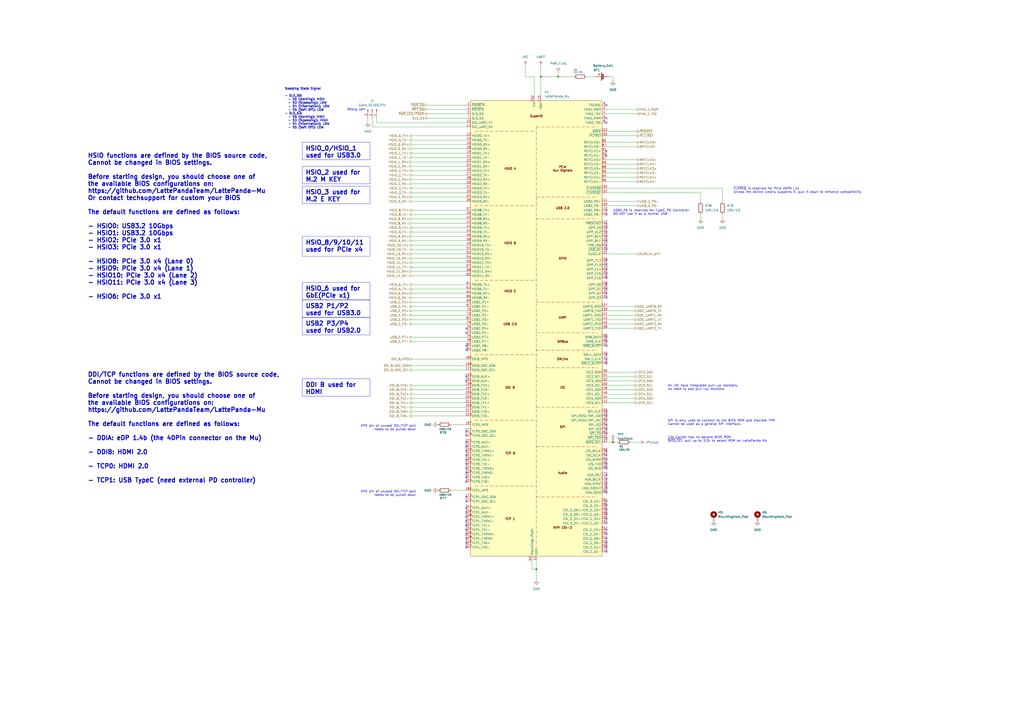
<source format=kicad_sch>
(kicad_sch (version 20231120) (generator "eeschema") (generator_version "8.0")
  (paper "A2")
  (title_block (title "Primer Carrier for LattePanda Mu") (date "2024-04-06") (rev "V1.0.0") (company "DFRobot") (comment 1 "20240406"))
  (lib_symbols
    (symbol "+3V3_1" (power) (pin_numbers hide) (pin_names (offset 0) hide)
      (property "Value" "+3V3" (at 0 3.556 0))
      (symbol "+3V3_1_0_1"
        (polyline (pts (xy -0.762 1.27) (xy 0 2.54)))
        (polyline (pts (xy 0 0) (xy 0 2.54)))
        (polyline (pts (xy 0 2.54) (xy 0.762 1.27)))
      )
      (symbol "+3V3_1_1_1"
        (pin power_in line (at 0 0 90) (length 0) (name "~") (number "1"))
      )
    )
    (symbol "Connector:Conn_01x03_Pin" (pin_names (offset 1.016) hide)
      (property "Reference" "J" (at 0 5.08 0))
      (property "Value" "Conn_01x03_Pin" (at 0 -5.08 0))
      (symbol "Conn_01x03_Pin_1_1"
        (polyline (pts (xy 1.27 -2.54) (xy 0.8636 -2.54)) (stroke (width 0.1524)))
        (polyline (pts (xy 1.27 0) (xy 0.8636 0)) (stroke (width 0.1524)))
        (polyline (pts (xy 1.27 2.54) (xy 0.8636 2.54)) (stroke (width 0.1524)))
        (rectangle (start 0.8636 -2.413) (end 0 -2.667) (stroke (width 0.1524)) (fill (type outline)))
        (rectangle (start 0.8636 0.127) (end 0 -0.127) (stroke (width 0.1524)) (fill (type outline)))
        (rectangle (start 0.8636 2.667) (end 0 2.413) (stroke (width 0.1524)) (fill (type outline)))
        (pin passive line (at 5.08 2.54 180) (length 3.81) (name "Pin_1") (number "1"))
        (pin passive line (at 5.08 0 180) (length 3.81) (name "Pin_2") (number "2"))
        (pin passive line (at 5.08 -2.54 180) (length 3.81) (name "Pin_3") (number "3"))
      )
    )
    (symbol "Connector:TestPoint" (pin_numbers hide) (pin_names (offset 0.762) hide)
      (property "Reference" "TP" (at 0 6.858 0))
      (property "Value" "TestPoint" (at 0 5.08 0))
      (symbol "TestPoint_0_1"
        (circle (center 0 3.302) (radius 0.762))
      )
      (symbol "TestPoint_1_1"
        (pin passive line (at 0 0 90) (length 2.54) (name "1") (number "1"))
      )
    )
    (symbol "Device:Battery_Cell" (pin_numbers hide) (pin_names (offset 0) hide)
      (property "Reference" "BT" (at 2.54 2.54 0))
      (property "Value" "Battery_Cell" (at 2.54 0 0))
      (symbol "Battery_Cell_0_1"
        (rectangle (start -2.286 1.778) (end 2.286 1.524) (fill (type outline)))
        (rectangle (start -1.524 1.016) (end 1.524 0.508) (fill (type outline)))
        (polyline (pts (xy 0 0.762) (xy 0 0)))
        (polyline (pts (xy 0 1.778) (xy 0 2.54)))
        (polyline (pts (xy 0.762 3.048) (xy 1.778 3.048)) (stroke (width 0.254)))
        (polyline (pts (xy 1.27 3.556) (xy 1.27 2.54)) (stroke (width 0.254)))
      )
      (symbol "Battery_Cell_1_1"
        (pin passive line (at 0 5.08 270) (length 2.54) (name "+") (number "1"))
        (pin passive line (at 0 -2.54 90) (length 2.54) (name "-") (number "2"))
      )
    )
    (symbol "Device:R" (pin_numbers hide) (pin_names (offset 0))
      (property "Reference" "R" (at 2.032 0 90))
      (property "Value" "R" (at 0 0 90))
      (symbol "R_0_1"
        (rectangle (start -1.016 -2.54) (end 1.016 2.54) (stroke (width 0.254)))
      )
      (symbol "R_1_1"
        (pin passive line (at 0 3.81 270) (length 1.27) (name "~") (number "1"))
        (pin passive line (at 0 -3.81 90) (length 1.27) (name "~") (number "2"))
      )
    )
    (symbol "MCU_Module_LattePanda:LattePanda_Mu"
      (property "Reference" "A" (at -38.1 133.35 0))
      (property "Value" "LattePanda_Mu" (at 38.1 133.35 0))
      (symbol "LattePanda_Mu_1_0"
        (pin passive line (at 0 -134.62 90) (length 2.54) hide (name "GND") (number "101"))
        (pin passive line (at 0 -134.62 90) (length 2.54) hide (name "GND") (number "107"))
        (pin passive line (at 0 -134.62 90) (length 2.54) hide (name "GND") (number "110"))
        (pin passive line (at 0 -134.62 90) (length 2.54) hide (name "GND") (number "113"))
        (pin passive line (at 0 -134.62 90) (length 2.54) hide (name "GND") (number "116"))
        (pin passive line (at 0 -134.62 90) (length 2.54) hide (name "GND") (number "135"))
        (pin passive line (at 0 -134.62 90) (length 2.54) hide (name "GND") (number "136"))
        (pin passive line (at 0 -134.62 90) (length 2.54) hide (name "GND") (number "14"))
        (pin passive line (at 0 -134.62 90) (length 2.54) hide (name "GND") (number "151"))
        (pin passive line (at 0 -134.62 90) (length 2.54) hide (name "GND") (number "158"))
        (pin passive line (at 0 -134.62 90) (length 2.54) hide (name "GND") (number "167"))
        (pin passive line (at 0 -134.62 90) (length 2.54) hide (name "GND") (number "17"))
        (pin passive line (at 0 -134.62 90) (length 2.54) hide (name "GND") (number "170"))
        (pin passive line (at 0 -134.62 90) (length 2.54) hide (name "GND") (number "181"))
        (pin passive line (at 0 -134.62 90) (length 2.54) hide (name "GND") (number "182"))
        (pin passive line (at 0 -134.62 90) (length 2.54) hide (name "GND") (number "188"))
        (pin passive line (at 0 -134.62 90) (length 2.54) hide (name "GND") (number "189"))
        (pin passive line (at 0 -134.62 90) (length 2.54) hide (name "GND") (number "194"))
        (pin passive line (at 0 -134.62 90) (length 2.54) hide (name "GND") (number "195"))
        (pin passive line (at 0 -134.62 90) (length 2.54) hide (name "GND") (number "20"))
        (pin passive line (at 0 -134.62 90) (length 2.54) hide (name "GND") (number "200"))
        (pin passive line (at 0 -134.62 90) (length 2.54) hide (name "GND") (number "201"))
        (pin passive line (at 0 -134.62 90) (length 2.54) hide (name "GND") (number "206"))
        (pin passive line (at 0 -134.62 90) (length 2.54) hide (name "GND") (number "207"))
        (pin passive line (at 0 -134.62 90) (length 2.54) hide (name "GND") (number "212"))
        (pin passive line (at 0 -134.62 90) (length 2.54) hide (name "GND") (number "213"))
        (pin passive line (at 0 -134.62 90) (length 2.54) hide (name "GND") (number "218"))
        (pin passive line (at 0 -134.62 90) (length 2.54) hide (name "GND") (number "219"))
        (pin passive line (at 0 -134.62 90) (length 2.54) hide (name "GND") (number "224"))
        (pin passive line (at 0 -134.62 90) (length 2.54) hide (name "GND") (number "225"))
        (pin passive line (at 0 -134.62 90) (length 2.54) hide (name "GND") (number "23"))
        (pin passive line (at 0 -134.62 90) (length 2.54) hide (name "GND") (number "230"))
        (pin passive line (at 0 -134.62 90) (length 2.54) hide (name "GND") (number "231"))
        (pin passive line (at 0 -134.62 90) (length 2.54) hide (name "GND") (number "236"))
        (pin passive line (at 0 -134.62 90) (length 2.54) hide (name "GND") (number "237"))
        (pin passive line (at 0 -134.62 90) (length 2.54) hide (name "GND") (number "242"))
        (pin passive line (at 0 -134.62 90) (length 2.54) hide (name "GND") (number "243"))
        (pin passive line (at 0 -134.62 90) (length 2.54) hide (name "GND") (number "248"))
        (pin passive line (at 0 -134.62 90) (length 2.54) hide (name "GND") (number "249"))
        (pin passive line (at 0 -134.62 90) (length 2.54) hide (name "GND") (number "26"))
        (pin passive line (at 0 -134.62 90) (length 2.54) hide (name "GND") (number "29"))
        (pin passive line (at 0 -134.62 90) (length 2.54) hide (name "GND") (number "32"))
        (pin passive line (at 0 -134.62 90) (length 2.54) hide (name "GND") (number "35"))
        (pin passive line (at 0 -134.62 90) (length 2.54) hide (name "GND") (number "38"))
        (pin passive line (at 0 -134.62 90) (length 2.54) hide (name "GND") (number "41"))
        (pin passive line (at 0 -134.62 90) (length 2.54) hide (name "GND") (number "44"))
        (pin passive line (at 0 -134.62 90) (length 2.54) hide (name "GND") (number "47"))
        (pin passive line (at 0 -134.62 90) (length 2.54) hide (name "GND") (number "50"))
        (pin passive line (at 0 -134.62 90) (length 2.54) hide (name "GND") (number "53"))
        (pin passive line (at 0 -134.62 90) (length 2.54) hide (name "GND") (number "56"))
        (pin passive line (at 0 -134.62 90) (length 2.54) hide (name "GND") (number "59"))
        (pin passive line (at 0 -134.62 90) (length 2.54) hide (name "GND") (number "62"))
        (pin passive line (at 0 -134.62 90) (length 2.54) hide (name "GND") (number "65"))
        (pin passive line (at 0 -134.62 90) (length 2.54) hide (name "GND") (number "68"))
        (pin passive line (at 0 -134.62 90) (length 2.54) hide (name "GND") (number "71"))
        (pin passive line (at 0 -134.62 90) (length 2.54) hide (name "GND") (number "74"))
        (pin passive line (at 0 -134.62 90) (length 2.54) hide (name "GND") (number "77"))
        (pin passive line (at 0 -134.62 90) (length 2.54) hide (name "GND") (number "80"))
        (pin passive line (at 0 -134.62 90) (length 2.54) hide (name "GND") (number "83"))
        (pin passive line (at 0 -134.62 90) (length 2.54) hide (name "GND") (number "86"))
        (pin passive line (at 0 -134.62 90) (length 2.54) hide (name "GND") (number "89"))
        (pin passive line (at 0 -134.62 90) (length 2.54) hide (name "GND") (number "92"))
        (pin passive line (at 0 -134.62 90) (length 2.54) hide (name "GND") (number "95"))
        (pin passive line (at 0 -134.62 90) (length 2.54) hide (name "GND") (number "98"))
      )
      (symbol "LattePanda_Mu_1_1"
        (rectangle (start -38.1 132.08) (end 38.1 -132.08) (fill (type background)))
        (polyline (pts (xy -35.56 -91.44) (xy 0 -91.44)) (stroke (width 0) (type dash_dot)))
        (polyline (pts (xy -35.56 -53.34) (xy 0 -53.34)) (stroke (width 0) (type dash_dot)))
        (polyline (pts (xy -35.56 -15.24) (xy 0 -15.24)) (stroke (width 0) (type dash_dot)))
        (polyline (pts (xy -35.56 27.94) (xy 0 27.94)) (stroke (width 0) (type dash_dot)))
        (polyline (pts (xy -35.56 71.12) (xy 0 71.12)) (stroke (width 0) (type dash_dot)))
        (polyline (pts (xy -35.56 114.3) (xy 0 114.3)) (stroke (width 0) (type dash_dot)))
        (polyline (pts (xy 0 -97.79) (xy 35.56 -97.79)) (stroke (width 0) (type dash_dot)))
        (polyline (pts (xy 0 -68.58) (xy 35.56 -68.58)) (stroke (width 0) (type dash_dot)))
        (polyline (pts (xy 0 -45.72) (xy 35.56 -45.72)) (stroke (width 0) (type dash_dot)))
        (polyline (pts (xy 0 -22.86) (xy 35.56 -22.86)) (stroke (width 0) (type dash_dot)))
        (polyline (pts (xy 0 -12.7) (xy 35.56 -12.7)) (stroke (width 0) (type dash_dot)))
        (polyline (pts (xy 0 -2.54) (xy 35.56 -2.54)) (stroke (width 0) (type dash_dot)))
        (polyline (pts (xy 0 15.24) (xy 35.56 15.24)) (stroke (width 0) (type dash_dot)))
        (polyline (pts (xy 0 63.5) (xy 35.56 63.5)) (stroke (width 0) (type dash_dot)))
        (polyline (pts (xy 0 76.2) (xy 35.56 76.2)) (stroke (width 0) (type dash_dot)))
        (polyline (pts (xy 0 116.84) (xy 0 -127)) (stroke (width 0) (type dash_dot)))
        (polyline (pts (xy 0 116.84) (xy 35.56 116.84)) (stroke (width 0) (type dash_dot)))
        (text "Audio" (at 15.24 -83.82 0) (effects (font (size 1.27 1.27) (bold yes))))
        (text "DDI B" (at -15.24 -34.29 0) (effects (font (size 1.27 1.27) (bold yes))))
        (text "GPIO" (at 15.24 40.64 0) (effects (font (size 1.27 1.27) (bold yes))))
        (text "HSIO A" (at -15.24 92.71 0) (effects (font (size 1.27 1.27) (bold yes))))
        (text "HSIO B" (at -15.24 49.53 0) (effects (font (size 1.27 1.27) (bold yes))))
        (text "HSIO C" (at -15.24 21.59 0) (effects (font (size 1.27 1.27) (bold yes))))
        (text "I2C" (at 15.24 -34.29 0) (effects (font (size 1.27 1.27) (bold yes))))
        (text "MIPI CSI-2" (at 15.24 -115.57 0) (effects (font (size 1.27 1.27) (bold yes))))
        (text "PCIe\nAux Signals" (at 15.24 92.71 0) (effects (font (size 1.27 1.27) (bold yes))))
        (text "SMBus" (at 15.24 -7.62 0) (effects (font (size 1.27 1.27) (bold yes))))
        (text "SMLink" (at 15.24 -17.78 0) (effects (font (size 1.27 1.27) (bold yes))))
        (text "SPI" (at 15.24 -57.15 0) (effects (font (size 1.27 1.27) (bold yes))))
        (text "SuperIO" (at 0 123.19 0) (effects (font (size 1.27 1.27) (bold yes))))
        (text "TCP 0" (at -15.24 -72.39 0) (effects (font (size 1.27 1.27) (bold yes))))
        (text "TCP 1" (at -15.24 -110.49 0) (effects (font (size 1.27 1.27) (bold yes))))
        (text "UART" (at 15.24 6.35 0) (effects (font (size 1.27 1.27) (bold yes))))
        (text "USB 2.0" (at -15.24 2.54 0) (effects (font (size 1.27 1.27) (bold yes))))
        (text "USB 2.0" (at 15.24 69.85 0) (effects (font (size 1.27 1.27) (bold yes))))
        (pin input line (at -40.64 129.54 0) (length 2.54) (name "~{PWRBTN}") (number "1"))
        (pin output line (at -40.64 119.38 0) (length 2.54) (name "SIO_UART_TX") (number "10"))
        (pin bidirectional line (at 40.64 81.28 180) (length 2.54) (name "~{CLKREQ0}") (number "100"))
        (pin bidirectional line (at 40.64 78.74 180) (length 2.54) (name "~{CLKREQ1}") (number "102"))
        (pin input line (at 40.64 114.3 180) (length 2.54) (name "~{WAKE}") (number "103"))
        (pin input line (at 40.64 -10.16 180) (length 2.54) (name "~{SMB_ALERT}") (number "104"))
        (pin output line (at 40.64 111.76 180) (length 2.54) (name "~{PLTRST}") (number "105"))
        (pin output line (at 40.64 -7.62 180) (length 2.54) (name "SMB_CLK") (number "106"))
        (pin bidirectional line (at 40.64 -5.08 180) (length 2.54) (name "SMB_DATA") (number "108"))
        (pin bidirectional line (at 40.64 71.12 180) (length 2.54) (name "USB2_P5-") (number "109"))
        (pin power_in line (at 0 -134.62 90) (length 2.54) (name "GND") (number "11"))
        (pin bidirectional line (at 40.64 73.66 180) (length 2.54) (name "USB2_P5+") (number "111"))
        (pin bidirectional line (at 40.64 68.58 180) (length 2.54) (name "USB2_P6+") (number "112"))
        (pin bidirectional line (at 40.64 66.04 180) (length 2.54) (name "USB2_P6-") (number "114"))
        (pin power_in line (at 2.54 134.62 270) (length 2.54) (name "VBAT") (number "115"))
        (pin bidirectional line (at 40.64 60.96 180) (length 2.54) (name "~{PROCHOT}") (number "117"))
        (pin bidirectional line (at 40.64 29.21 180) (length 2.54) (name "GPP_F16") (number "118"))
        (pin bidirectional line (at 40.64 58.42 180) (length 2.54) (name "GPP_E0") (number "119"))
        (pin input line (at -40.64 116.84 0) (length 2.54) (name "SIO_UART_RX") (number "12"))
        (pin bidirectional line (at 40.64 31.75 180) (length 2.54) (name "GPP_F15") (number "120"))
        (pin bidirectional line (at 40.64 55.88 180) (length 2.54) (name "GPP_A12") (number "121"))
        (pin bidirectional line (at 40.64 34.29 180) (length 2.54) (name "GPP_F14") (number "122"))
        (pin bidirectional line (at 40.64 53.34 180) (length 2.54) (name "GPP_B14") (number "123"))
        (pin bidirectional line (at 40.64 36.83 180) (length 2.54) (name "GPP_F13") (number "124"))
        (pin bidirectional line (at 40.64 50.8 180) (length 2.54) (name "GPP_B11") (number "125"))
        (pin bidirectional line (at 40.64 39.37 180) (length 2.54) (name "GPP_F12") (number "126"))
        (pin input line (at 40.64 48.26 180) (length 2.54) (name "TPM_IRQ") (number "127"))
        (pin bidirectional line (at 40.64 25.4 180) (length 2.54) (name "GPP_D0") (number "128"))
        (pin input line (at 40.64 45.72 180) (length 2.54) (name "~{USB_OC}") (number "129"))
        (pin output line (at -40.64 111.76 0) (length 2.54) (name "HSIO0_TX+") (number "13"))
        (pin bidirectional line (at 40.64 22.86 180) (length 2.54) (name "GPP_D1") (number "130"))
        (pin output line (at 40.64 43.18 180) (length 2.54) (name "SUSCLK") (number "131"))
        (pin bidirectional line (at 40.64 20.32 180) (length 2.54) (name "GPP_D2") (number "132"))
        (pin input line (at 40.64 -66.04 180) (length 2.54) (name "~{BIOS_SEL}") (number "133"))
        (pin bidirectional line (at 40.64 17.78 180) (length 2.54) (name "GPP_D3") (number "134"))
        (pin input line (at 40.64 12.7 180) (length 2.54) (name "UART0_RXD") (number "137"))
        (pin output line (at 40.64 0 180) (length 2.54) (name "UART2_TXD") (number "138"))
        (pin output line (at 40.64 10.16 180) (length 2.54) (name "UART0_TXD") (number "139"))
        (pin input line (at 40.64 2.54 180) (length 2.54) (name "UART2_RXD") (number "140"))
        (pin input line (at 40.64 7.62 180) (length 2.54) (name "UART1_RXD") (number "141"))
        (pin output line (at 40.64 -43.18 180) (length 2.54) (name "I2C5_SCL") (number "142"))
        (pin output line (at 40.64 5.08 180) (length 2.54) (name "UART1_TXD") (number "143"))
        (pin bidirectional line (at 40.64 -40.64 180) (length 2.54) (name "I2C5_SDA") (number "144"))
        (pin bidirectional line (at 40.64 -15.24 180) (length 2.54) (name "SML1_DATA") (number "145"))
        (pin output line (at 40.64 -38.1 180) (length 2.54) (name "I2C4_SCL") (number "146"))
        (pin output line (at 40.64 -17.78 180) (length 2.54) (name "SML1_CLK") (number "147"))
        (pin bidirectional line (at 40.64 -35.56 180) (length 2.54) (name "I2C4_SDA") (number "148"))
        (pin input line (at 40.64 -20.32 180) (length 2.54) (name "~{SML1_ALERT}") (number "149"))
        (pin output line (at -40.64 109.22 0) (length 2.54) (name "HSIO0_TX-") (number "15"))
        (pin output line (at 40.64 -33.02 180) (length 2.54) (name "I2C3_SCL") (number "150"))
        (pin bidirectional line (at 40.64 -30.48 180) (length 2.54) (name "I2C3_SDA") (number "152"))
        (pin bidirectional line (at 40.64 -58.42 180) (length 2.54) (name "SPI_IO3") (number "153"))
        (pin output line (at 40.64 -27.94 180) (length 2.54) (name "I2C2_SCL") (number "154"))
        (pin output line (at 40.64 -48.26 180) (length 2.54) (name "SPI_CLK") (number "155"))
        (pin bidirectional line (at 40.64 -25.4 180) (length 2.54) (name "I2C2_SDA") (number "156"))
        (pin output line (at 40.64 -63.5 180) (length 2.54) (name "~{SPI_CS2}") (number "157"))
        (pin bidirectional line (at 40.64 -50.8 180) (length 2.54) (name "SPI_MOSI/SPI_IO0") (number "159"))
        (pin input line (at -40.64 106.68 0) (length 2.54) (name "HSIO0_RX+") (number "16"))
        (pin output line (at 40.64 -71.12 180) (length 2.54) (name "I2S_MCLK") (number "160"))
        (pin bidirectional line (at 40.64 -55.88 180) (length 2.54) (name "SPI_IO2") (number "161"))
        (pin output line (at 40.64 -73.66 180) (length 2.54) (name "I2S_SCLK") (number "162"))
        (pin bidirectional line (at 40.64 -53.34 180) (length 2.54) (name "SPI_MISO/SPI_IO1") (number "163"))
        (pin output line (at 40.64 -76.2 180) (length 2.54) (name "I2S_SFRM") (number "164"))
        (pin bidirectional line (at 40.64 -60.96 180) (length 2.54) (name "~{SPI_CS}") (number "165"))
        (pin output line (at 40.64 -78.74 180) (length 2.54) (name "I2S_TXD") (number "166"))
        (pin input line (at 40.64 -81.28 180) (length 2.54) (name "I2S_RXD") (number "168"))
        (pin bidirectional line (at -40.64 -21.59 0) (length 2.54) (name "DDIB_DDC_SDA") (number "169"))
        (pin bidirectional line (at -40.64 -24.13 0) (length 2.54) (name "DDIB_DDC_SCL") (number "171"))
        (pin output line (at 40.64 -85.09 180) (length 2.54) (name "HDA_RST") (number "172"))
        (pin bidirectional line (at -40.64 -97.79 0) (length 2.54) (name "TCP1_DDC_SDA") (number "173"))
        (pin output line (at 40.64 -87.63 180) (length 2.54) (name "HDA_BCLK") (number "174"))
        (pin bidirectional line (at -40.64 -100.33 0) (length 2.54) (name "TCP1_DDC_SCL") (number "175"))
        (pin output line (at 40.64 -90.17 180) (length 2.54) (name "HDA_SYNC") (number "176"))
        (pin bidirectional line (at -40.64 -59.69 0) (length 2.54) (name "TCP0_DDC_SDA") (number "177"))
        (pin output line (at 40.64 -92.71 180) (length 2.54) (name "HDA_SDOUT") (number "178"))
        (pin bidirectional line (at -40.64 -62.23 0) (length 2.54) (name "TCP0_DDC_SCL") (number "179"))
        (pin input line (at -40.64 104.14 0) (length 2.54) (name "HSIO0_RX-") (number "18"))
        (pin input line (at 40.64 -95.25 180) (length 2.54) (name "HDA_SDIN") (number "180"))
        (pin input line (at -40.64 -17.78 0) (length 2.54) (name "DDIB_HPD") (number "183"))
        (pin input line (at 40.64 -100.33 180) (length 2.54) (name "CSI_D_CK+") (number "184"))
        (pin input line (at -40.64 -93.98 0) (length 2.54) (name "TCP1_HPD") (number "185"))
        (pin input line (at 40.64 -102.87 180) (length 2.54) (name "CSI_D_CK-") (number "186"))
        (pin input line (at -40.64 -55.88 0) (length 2.54) (name "TCP0_HPD") (number "187"))
        (pin output line (at -40.64 101.6 0) (length 2.54) (name "HSIO1_TX+") (number "19"))
        (pin input line (at 40.64 -110.49 180) (length 2.54) (name "CSI_D_D1+/CSI_C_D2+") (number "190"))
        (pin bidirectional line (at -40.64 -30.48 0) (length 2.54) (name "DDIB_AUX-") (number "191"))
        (pin input line (at 40.64 -113.03 180) (length 2.54) (name "CSI_D_D1-/CSI_C_D2-") (number "192"))
        (pin bidirectional line (at -40.64 -27.94 0) (length 2.54) (name "DDIB_AUX+") (number "193"))
        (pin input line (at 40.64 -105.41 180) (length 2.54) (name "CSI_D_D0+/CSI_C_D3+") (number "196"))
        (pin output line (at -40.64 -35.56 0) (length 2.54) (name "DDIB_TX3-") (number "197"))
        (pin input line (at 40.64 -107.95 180) (length 2.54) (name "CSI_D_D0-/CSI_C_D3-") (number "198"))
        (pin output line (at -40.64 -33.02 0) (length 2.54) (name "DDIB_TX3+") (number "199"))
        (pin output line (at 40.64 127 180) (length 2.54) (name "FAN1_PWM") (number "2"))
        (pin input line (at 40.64 -116.84 180) (length 2.54) (name "CSI_C_CK+") (number "202"))
        (pin output line (at -40.64 -40.64 0) (length 2.54) (name "DDIB_TX2-") (number "203"))
        (pin input line (at 40.64 -119.38 180) (length 2.54) (name "CSI_C_CK-") (number "204"))
        (pin output line (at -40.64 -38.1 0) (length 2.54) (name "DDIB_TX2+") (number "205"))
        (pin input line (at 40.64 -127 180) (length 2.54) (name "CSI_C_D1+") (number "208"))
        (pin output line (at -40.64 -45.72 0) (length 2.54) (name "DDIB_TX1-") (number "209"))
        (pin output line (at -40.64 99.06 0) (length 2.54) (name "HSIO1_TX-") (number "21"))
        (pin input line (at 40.64 -129.54 180) (length 2.54) (name "CSI_C_D1-") (number "210"))
        (pin output line (at -40.64 -43.18 0) (length 2.54) (name "DDIB_TX1+") (number "211"))
        (pin input line (at 40.64 -121.92 180) (length 2.54) (name "CSI_C_D0+") (number "214"))
        (pin output line (at -40.64 -50.8 0) (length 2.54) (name "DDIB_TX0-") (number "215"))
        (pin input line (at 40.64 -124.46 180) (length 2.54) (name "CSI_C_D0-") (number "216"))
        (pin output line (at -40.64 -48.26 0) (length 2.54) (name "DDIB_TX0+") (number "217"))
        (pin input line (at -40.64 96.52 0) (length 2.54) (name "HSIO1_RX+") (number "22"))
        (pin output line (at -40.64 -124.46 0) (length 2.54) (name "TCP1_TX0+") (number "220"))
        (pin bidirectional line (at -40.64 -68.58 0) (length 2.54) (name "TCP0_AUX-") (number "221"))
        (pin output line (at -40.64 -127 0) (length 2.54) (name "TCP1_TX0-") (number "222"))
        (pin bidirectional line (at -40.64 -66.04 0) (length 2.54) (name "TCP0_AUX+") (number "223"))
        (pin bidirectional line (at -40.64 -119.38 0) (length 2.54) (name "TCP1_TXRX0+") (number "226"))
        (pin bidirectional line (at -40.64 -73.66 0) (length 2.54) (name "TCP0_TXRX1-") (number "227"))
        (pin bidirectional line (at -40.64 -121.92 0) (length 2.54) (name "TCP1_TXRX0-") (number "228"))
        (pin bidirectional line (at -40.64 -71.12 0) (length 2.54) (name "TCP0_TXRX1+") (number "229"))
        (pin output line (at -40.64 -114.3 0) (length 2.54) (name "TCP1_TX1+") (number "232"))
        (pin output line (at -40.64 -78.74 0) (length 2.54) (name "TCP0_TX1-") (number "233"))
        (pin output line (at -40.64 -116.84 0) (length 2.54) (name "TCP1_TX1-") (number "234"))
        (pin output line (at -40.64 -76.2 0) (length 2.54) (name "TCP0_TX1+") (number "235"))
        (pin bidirectional line (at -40.64 -109.22 0) (length 2.54) (name "TCP1_TXRX1+") (number "238"))
        (pin bidirectional line (at -40.64 -83.82 0) (length 2.54) (name "TCP0_TXRX0-") (number "239"))
        (pin input line (at -40.64 93.98 0) (length 2.54) (name "HSIO1_RX-") (number "24"))
        (pin bidirectional line (at -40.64 -111.76 0) (length 2.54) (name "TCP1_TXRX1-") (number "240"))
        (pin bidirectional line (at -40.64 -81.28 0) (length 2.54) (name "TCP0_TXRX0+") (number "241"))
        (pin bidirectional line (at -40.64 -104.14 0) (length 2.54) (name "TCP1_AUX+") (number "244"))
        (pin output line (at -40.64 -88.9 0) (length 2.54) (name "TCP0_TX0-") (number "245"))
        (pin bidirectional line (at -40.64 -106.68 0) (length 2.54) (name "TCP1_AUX-") (number "246"))
        (pin output line (at -40.64 -86.36 0) (length 2.54) (name "TCP0_TX0+") (number "247"))
        (pin output line (at -40.64 91.44 0) (length 2.54) (name "HSIO2_TX+") (number "25"))
        (pin power_in line (at -1.27 134.62 270) (length 2.54) (name "VIN") (number "250"))
        (pin passive line (at -1.27 134.62 270) (length 2.54) hide (name "VIN") (number "251"))
        (pin passive line (at -1.27 134.62 270) (length 2.54) hide (name "VIN") (number "252"))
        (pin passive line (at -1.27 134.62 270) (length 2.54) hide (name "VIN") (number "253"))
        (pin passive line (at -1.27 134.62 270) (length 2.54) hide (name "VIN") (number "254"))
        (pin passive line (at -1.27 134.62 270) (length 2.54) hide (name "VIN") (number "255"))
        (pin passive line (at -1.27 134.62 270) (length 2.54) hide (name "VIN") (number "256"))
        (pin passive line (at -1.27 134.62 270) (length 2.54) hide (name "VIN") (number "257"))
        (pin passive line (at -1.27 134.62 270) (length 2.54) hide (name "VIN") (number "258"))
        (pin passive line (at -1.27 134.62 270) (length 2.54) hide (name "VIN") (number "259"))
        (pin passive line (at -1.27 134.62 270) (length 2.54) hide (name "VIN") (number "260"))
        (pin output line (at -40.64 88.9 0) (length 2.54) (name "HSIO2_TX-") (number "27"))
        (pin input line (at -40.64 86.36 0) (length 2.54) (name "HSIO2_RX+") (number "28"))
        (pin input line (at -40.64 127 0) (length 2.54) (name "~{RSTBTN}") (number "3"))
        (pin input line (at -40.64 83.82 0) (length 2.54) (name "HSIO2_RX-") (number "30"))
        (pin output line (at -40.64 81.28 0) (length 2.54) (name "HSIO3_TX+") (number "31"))
        (pin output line (at -40.64 78.74 0) (length 2.54) (name "HSIO3_TX-") (number "33"))
        (pin input line (at -40.64 76.2 0) (length 2.54) (name "HSIO3_RX+") (number "34"))
        (pin input line (at -40.64 73.66 0) (length 2.54) (name "HSIO3_RX-") (number "36"))
        (pin output line (at -40.64 68.58 0) (length 2.54) (name "HSIO8_TX+") (number "37"))
        (pin output line (at -40.64 66.04 0) (length 2.54) (name "HSIO8_TX-") (number "39"))
        (pin input line (at 40.64 124.46 180) (length 2.54) (name "FAN1_TAC") (number "4"))
        (pin input line (at -40.64 63.5 0) (length 2.54) (name "HSIO8_RX+") (number "40"))
        (pin input line (at -40.64 60.96 0) (length 2.54) (name "HSIO8_RX-") (number "42"))
        (pin output line (at -40.64 58.42 0) (length 2.54) (name "HSIO9_TX+") (number "43"))
        (pin output line (at -40.64 55.88 0) (length 2.54) (name "HSIO9_TX-") (number "45"))
        (pin input line (at -40.64 53.34 0) (length 2.54) (name "HSIO9_RX+") (number "46"))
        (pin input line (at -40.64 50.8 0) (length 2.54) (name "HSIO9_RX-") (number "48"))
        (pin output line (at -40.64 48.26 0) (length 2.54) (name "HSIO10_TX+") (number "49"))
        (pin output line (at -40.64 124.46 0) (length 2.54) (name "SLS_S0") (number "5"))
        (pin output line (at -40.64 45.72 0) (length 2.54) (name "HSIO10_TX-") (number "51"))
        (pin input line (at -40.64 43.18 0) (length 2.54) (name "HSIO10_RX+") (number "52"))
        (pin input line (at -40.64 40.64 0) (length 2.54) (name "HSIO10_RX-") (number "54"))
        (pin output line (at -40.64 38.1 0) (length 2.54) (name "HSIO11_TX+") (number "55"))
        (pin output line (at -40.64 35.56 0) (length 2.54) (name "HSIO11_TX-") (number "57"))
        (pin input line (at -40.64 33.02 0) (length 2.54) (name "HSIO11_RX+") (number "58"))
        (pin output line (at 40.64 121.92 180) (length 2.54) (name "FAN2_PWM") (number "6"))
        (pin input line (at -40.64 30.48 0) (length 2.54) (name "HSIO11_RX-") (number "60"))
        (pin output line (at -40.64 25.4 0) (length 2.54) (name "HSIO6_TX+") (number "61"))
        (pin output line (at -40.64 22.86 0) (length 2.54) (name "HSIO6_TX-") (number "63"))
        (pin input line (at -40.64 20.32 0) (length 2.54) (name "HSIO6_RX+") (number "64"))
        (pin input line (at -40.64 17.78 0) (length 2.54) (name "HSIO6_RX-") (number "66"))
        (pin bidirectional line (at -40.64 12.7 0) (length 2.54) (name "USB2_P1-") (number "67"))
        (pin bidirectional line (at -40.64 15.24 0) (length 2.54) (name "USB2_P1+") (number "69"))
        (pin output line (at -40.64 121.92 0) (length 2.54) (name "SLS_S3") (number "7"))
        (pin bidirectional line (at -40.64 0 0) (length 2.54) (name "USB2_P4+") (number "70"))
        (pin bidirectional line (at -40.64 -2.54 0) (length 2.54) (name "USB2_P4-") (number "72"))
        (pin bidirectional line (at -40.64 7.62 0) (length 2.54) (name "USB2_P2-") (number "73"))
        (pin bidirectional line (at -40.64 10.16 0) (length 2.54) (name "USB2_P2+") (number "75"))
        (pin bidirectional line (at -40.64 -5.08 0) (length 2.54) (name "USB2_P7+") (number "76"))
        (pin bidirectional line (at -40.64 -7.62 0) (length 2.54) (name "USB2_P7-") (number "78"))
        (pin bidirectional line (at -40.64 2.54 0) (length 2.54) (name "USB2_P3-") (number "79"))
        (pin input line (at 40.64 119.38 180) (length 2.54) (name "FAN2_TAC") (number "8"))
        (pin bidirectional line (at -40.64 5.08 0) (length 2.54) (name "USB2_P3+") (number "81"))
        (pin bidirectional line (at -40.64 -10.16 0) (length 2.54) (name "USB2_P8+") (number "82"))
        (pin bidirectional line (at -40.64 -12.7 0) (length 2.54) (name "USB2_P8-") (number "84"))
        (pin output line (at 40.64 107.95 180) (length 2.54) (name "REFCLK0+") (number "85"))
        (pin output line (at 40.64 105.41 180) (length 2.54) (name "REFCLK0-") (number "87"))
        (pin output line (at 40.64 92.71 180) (length 2.54) (name "REFCLK3+") (number "88"))
        (pin input line (at 40.64 129.54 180) (length 2.54) (name "TSENSE") (number "9"))
        (pin output line (at 40.64 90.17 180) (length 2.54) (name "REFCLK3-") (number "90"))
        (pin output line (at 40.64 102.87 180) (length 2.54) (name "REFCLK1+") (number "91"))
        (pin output line (at 40.64 100.33 180) (length 2.54) (name "REFCLK1-") (number "93"))
        (pin output line (at 40.64 87.63 180) (length 2.54) (name "REFCLK4+") (number "94"))
        (pin output line (at 40.64 85.09 180) (length 2.54) (name "REFCLK4-") (number "96"))
        (pin output line (at 40.64 97.79 180) (length 2.54) (name "REFCLK2+") (number "97"))
        (pin output line (at 40.64 95.25 180) (length 2.54) (name "REFCLK2-") (number "99"))
        (pin passive line (at -2.54 -134.62 90) (length 2.54) (name "Mountinge_Pads") (number "MP"))
      )
    )
    (symbol "Mechanical:MountingHole_Pad" (pin_numbers hide) (pin_names (offset 1.016) hide)
      (property "Reference" "H" (at 0 6.35 0))
      (property "Value" "MountingHole_Pad" (at 0 4.445 0))
      (symbol "MountingHole_Pad_0_1"
        (circle (center 0 1.27) (radius 1.27) (stroke (width 1.27)))
      )
      (symbol "MountingHole_Pad_1_1"
        (pin input line (at 0 -2.54 90) (length 2.54) (name "1") (number "1"))
      )
    )
    (symbol "power:+BATT" (power) (pin_numbers hide) (pin_names (offset 0) hide)
      (property "Value" "+BATT" (at 0 3.556 0))
      (symbol "+BATT_0_1"
        (polyline (pts (xy -0.762 1.27) (xy 0 2.54)))
        (polyline (pts (xy 0 0) (xy 0 2.54)))
        (polyline (pts (xy 0 2.54) (xy 0.762 1.27)))
      )
      (symbol "+BATT_1_1"
        (pin power_in line (at 0 0 90) (length 0) (name "~") (number "1"))
      )
    )
    (symbol "power:GND" (power) (pin_numbers hide) (pin_names (offset 0) hide)
      (property "Value" "GND" (at 0 -3.81 0))
      (symbol "GND_0_1"
        (polyline (pts (xy 0 0) (xy 0 -1.27) (xy 1.27 -1.27) (xy 0 -2.54) (xy -1.27 -1.27) (xy 0 -1.27)))
      )
      (symbol "GND_1_1"
        (pin power_in line (at 0 0 270) (length 0) (name "~") (number "1"))
      )
    )
    (symbol "power:PWR_FLAG" (power) (pin_numbers hide) (pin_names (offset 0) hide)
      (property "Value" "PWR_FLAG" (at 0 3.81 0))
      (symbol "PWR_FLAG_0_0"
        (pin power_out line (at 0 0 90) (length 0) (name "~") (number "1"))
      )
      (symbol "PWR_FLAG_0_1"
        (polyline (pts (xy 0 0) (xy 0 1.27) (xy -1.016 1.905) (xy 0 2.54) (xy 1.016 1.905) (xy 0 1.27)))
      )
    )
    (symbol "power:VDC" (power) (pin_numbers hide) (pin_names (offset 0) hide)
      (property "Value" "VDC" (at 0 3.556 0))
      (symbol "VDC_0_1"
        (polyline (pts (xy -0.762 1.27) (xy 0 2.54)))
        (polyline (pts (xy 0 0) (xy 0 2.54)))
        (polyline (pts (xy 0 2.54) (xy 0.762 1.27)))
      )
      (symbol "VDC_1_1"
        (pin power_in line (at 0 0 90) (length 0) (name "~") (number "1"))
      )
    )
  )
  (junction (at 355.6 256.54))
  (junction (at 323.85 44.45))
  (junction (at 311.15 330.2))
  (junction (at 313.69 44.45))
  (no_connect (at 270.51 307.34))
  (no_connect (at 351.79 278.13))
  (no_connect (at 351.79 293.37))
  (no_connect (at 351.79 275.59))
  (no_connect (at 351.79 129.54))
  (no_connect (at 351.79 132.08))
  (no_connect (at 351.79 208.28))
  (no_connect (at 270.51 220.98))
  (no_connect (at 351.79 161.29))
  (no_connect (at 351.79 285.75))
  (no_connect (at 270.51 252.73))
  (no_connect (at 351.79 243.84))
  (no_connect (at 270.51 309.88))
  (no_connect (at 270.51 274.32))
  (no_connect (at 351.79 134.62))
  (no_connect (at 351.79 198.12))
  (no_connect (at 351.79 167.64))
  (no_connect (at 270.51 250.19))
  (no_connect (at 351.79 264.16))
  (no_connect (at 270.51 190.5))
  (no_connect (at 351.79 298.45))
  (no_connect (at 270.51 304.8))
  (no_connect (at 351.79 172.72))
  (no_connect (at 351.79 153.67))
  (no_connect (at 351.79 170.18))
  (no_connect (at 351.79 151.13))
  (no_connect (at 270.51 314.96))
  (no_connect (at 351.79 205.74))
  (no_connect (at 351.79 165.1))
  (no_connect (at 351.79 312.42))
  (no_connect (at 270.51 269.24))
  (no_connect (at 351.79 251.46))
  (no_connect (at 270.51 297.18))
  (no_connect (at 351.79 87.63))
  (no_connect (at 270.51 200.66))
  (no_connect (at 351.79 269.24))
  (no_connect (at 270.51 203.2))
  (no_connect (at 270.51 261.62))
  (no_connect (at 351.79 271.78))
  (no_connect (at 270.51 294.64))
  (no_connect (at 351.79 290.83))
  (no_connect (at 270.51 312.42))
  (no_connect (at 351.79 300.99))
  (no_connect (at 351.79 246.38))
  (no_connect (at 351.79 68.58))
  (no_connect (at 270.51 259.08))
  (no_connect (at 270.51 288.29))
  (no_connect (at 351.79 266.7))
  (no_connect (at 351.79 283.21))
  (no_connect (at 351.79 238.76))
  (no_connect (at 351.79 124.46))
  (no_connect (at 270.51 299.72))
  (no_connect (at 351.79 254))
  (no_connect (at 351.79 248.92))
  (no_connect (at 351.79 71.12))
  (no_connect (at 351.79 200.66))
  (no_connect (at 351.79 280.67))
  (no_connect (at 351.79 295.91))
  (no_connect (at 351.79 144.78))
  (no_connect (at 351.79 90.17))
  (no_connect (at 270.51 302.26))
  (no_connect (at 351.79 139.7))
  (no_connect (at 351.79 309.88))
  (no_connect (at 270.51 279.4))
  (no_connect (at 351.79 156.21))
  (no_connect (at 351.79 320.04))
  (no_connect (at 351.79 261.62))
  (no_connect (at 351.79 303.53))
  (no_connect (at 270.51 276.86))
  (no_connect (at 270.51 218.44))
  (no_connect (at 351.79 121.92))
  (no_connect (at 351.79 142.24))
  (no_connect (at 351.79 241.3))
  (no_connect (at 351.79 60.96))
  (no_connect (at 351.79 195.58))
  (no_connect (at 351.79 307.34))
  (no_connect (at 270.51 256.54))
  (no_connect (at 270.51 193.04))
  (no_connect (at 351.79 314.96))
  (no_connect (at 351.79 210.82))
  (no_connect (at 270.51 317.5))
  (no_connect (at 351.79 137.16))
  (no_connect (at 270.51 266.7))
  (no_connect (at 270.51 264.16))
  (no_connect (at 270.51 271.78))
  (no_connect (at 270.51 290.83))
  (no_connect (at 351.79 317.5))
  (no_connect (at 351.79 158.75))
  (wire (pts (xy 351.79 105.41) (xy 369.57 105.41)))
  (wire (pts (xy 238.76 114.3) (xy 270.51 114.3)))
  (wire (pts (xy 213.36 68.58) (xy 213.36 71.12)))
  (wire (pts (xy 238.76 172.72) (xy 270.51 172.72)))
  (wire (pts (xy 238.76 214.63) (xy 270.51 214.63)))
  (wire (pts (xy 406.4 111.76) (xy 406.4 116.84)))
  (wire (pts (xy 353.06 44.45) (xy 355.6 44.45)))
  (wire (pts (xy 351.79 233.68) (xy 368.3 233.68)))
  (wire (pts (xy 304.8 44.45) (xy 309.88 44.45)))
  (wire (pts (xy 355.6 256.54) (xy 358.14 256.54)))
  (wire (pts (xy 351.79 111.76) (xy 406.4 111.76)))
  (wire (pts (xy 238.76 116.84) (xy 270.51 116.84)))
  (wire (pts (xy 351.79 226.06) (xy 368.3 226.06)))
  (wire (pts (xy 261.62 246.38) (xy 270.51 246.38)))
  (wire (pts (xy 351.79 82.55) (xy 369.57 82.55)))
  (wire (pts (xy 238.76 137.16) (xy 270.51 137.16)))
  (wire (pts (xy 247.65 63.5) (xy 270.51 63.5)))
  (wire (pts (xy 351.79 92.71) (xy 369.57 92.71)))
  (wire (pts (xy 238.76 228.6) (xy 270.51 228.6)))
  (wire (pts (xy 238.76 165.1) (xy 270.51 165.1)))
  (wire (pts (xy 308.61 325.12) (xy 308.61 330.2)))
  (wire (pts (xy 351.79 97.79) (xy 369.57 97.79)))
  (wire (pts (xy 351.79 102.87) (xy 369.57 102.87)))
  (wire (pts (xy 311.15 325.12) (xy 311.15 330.2)))
  (wire (pts (xy 419.1 109.22) (xy 419.1 116.84)))
  (wire (pts (xy 351.79 256.54) (xy 355.6 256.54)))
  (wire (pts (xy 238.76 127) (xy 270.51 127)))
  (wire (pts (xy 351.79 100.33) (xy 369.57 100.33)))
  (wire (pts (xy 238.76 157.48) (xy 270.51 157.48)))
  (wire (pts (xy 313.69 38.1) (xy 313.69 44.45)))
  (wire (pts (xy 238.76 96.52) (xy 270.51 96.52)))
  (wire (pts (xy 215.9 68.58) (xy 215.9 73.66)))
  (wire (pts (xy 351.79 66.04) (xy 369.57 66.04)))
  (wire (pts (xy 238.76 86.36) (xy 270.51 86.36)))
  (wire (pts (xy 351.79 180.34) (xy 368.3 180.34)))
  (wire (pts (xy 218.44 71.12) (xy 270.51 71.12)))
  (wire (pts (xy 351.79 177.8) (xy 368.3 177.8)))
  (wire (pts (xy 365.76 256.54) (xy 370.84 256.54)))
  (wire (pts (xy 238.76 139.7) (xy 270.51 139.7)))
  (wire (pts (xy 238.76 223.52) (xy 270.51 223.52)))
  (wire (pts (xy 309.88 44.45) (xy 309.88 55.88)))
  (wire (pts (xy 238.76 99.06) (xy 270.51 99.06)))
  (wire (pts (xy 238.76 88.9) (xy 270.51 88.9)))
  (wire (pts (xy 238.76 167.64) (xy 270.51 167.64)))
  (wire (pts (xy 238.76 142.24) (xy 270.51 142.24)))
  (wire (pts (xy 238.76 233.68) (xy 270.51 233.68)))
  (wire (pts (xy 238.76 231.14) (xy 270.51 231.14)))
  (wire (pts (xy 238.76 81.28) (xy 270.51 81.28)))
  (wire (pts (xy 313.69 44.45) (xy 313.69 55.88)))
  (wire (pts (xy 351.79 228.6) (xy 368.3 228.6)))
  (wire (pts (xy 351.79 116.84) (xy 369.57 116.84)))
  (wire (pts (xy 238.76 147.32) (xy 270.51 147.32)))
  (wire (pts (xy 238.76 226.06) (xy 270.51 226.06)))
  (wire (pts (xy 351.79 231.14) (xy 368.3 231.14)))
  (wire (pts (xy 308.61 330.2) (xy 311.15 330.2)))
  (wire (pts (xy 323.85 44.45) (xy 332.74 44.45)))
  (wire (pts (xy 238.76 152.4) (xy 270.51 152.4)))
  (wire (pts (xy 351.79 187.96) (xy 368.3 187.96)))
  (wire (pts (xy 238.76 208.28) (xy 270.51 208.28)))
  (wire (pts (xy 238.76 93.98) (xy 270.51 93.98)))
  (wire (pts (xy 340.36 44.45) (xy 345.44 44.45)))
  (wire (pts (xy 355.6 44.45) (xy 355.6 46.99)))
  (wire (pts (xy 238.76 144.78) (xy 270.51 144.78)))
  (wire (pts (xy 215.9 73.66) (xy 270.51 73.66)))
  (wire (pts (xy 247.65 66.04) (xy 270.51 66.04)))
  (wire (pts (xy 351.79 109.22) (xy 419.1 109.22)))
  (wire (pts (xy 238.76 241.3) (xy 270.51 241.3)))
  (wire (pts (xy 238.76 154.94) (xy 270.51 154.94)))
  (wire (pts (xy 238.76 101.6) (xy 270.51 101.6)))
  (wire (pts (xy 351.79 218.44) (xy 368.3 218.44)))
  (wire (pts (xy 238.76 109.22) (xy 270.51 109.22)))
  (wire (pts (xy 238.76 78.74) (xy 270.51 78.74)))
  (wire (pts (xy 238.76 91.44) (xy 270.51 91.44)))
  (wire (pts (xy 311.15 330.2) (xy 311.15 336.55)))
  (wire (pts (xy 351.79 215.9) (xy 368.3 215.9)))
  (wire (pts (xy 261.62 284.48) (xy 270.51 284.48)))
  (wire (pts (xy 238.76 177.8) (xy 270.51 177.8)))
  (wire (pts (xy 351.79 182.88) (xy 368.3 182.88)))
  (wire (pts (xy 247.65 60.96) (xy 270.51 60.96)))
  (wire (pts (xy 247.65 68.58) (xy 270.51 68.58)))
  (wire (pts (xy 238.76 106.68) (xy 270.51 106.68)))
  (wire (pts (xy 238.76 129.54) (xy 270.51 129.54)))
  (wire (pts (xy 351.79 220.98) (xy 368.3 220.98)))
  (wire (pts (xy 238.76 160.02) (xy 270.51 160.02)))
  (wire (pts (xy 270.51 195.58) (xy 238.76 195.58)))
  (wire (pts (xy 238.76 149.86) (xy 270.51 149.86)))
  (wire (pts (xy 351.79 119.38) (xy 369.57 119.38)))
  (wire (pts (xy 304.8 38.1) (xy 304.8 44.45)))
  (wire (pts (xy 238.76 212.09) (xy 270.51 212.09)))
  (wire (pts (xy 351.79 63.5) (xy 369.57 63.5)))
  (wire (pts (xy 270.51 198.12) (xy 238.76 198.12)))
  (wire (pts (xy 238.76 175.26) (xy 270.51 175.26)))
  (wire (pts (xy 238.76 170.18) (xy 270.51 170.18)))
  (wire (pts (xy 238.76 238.76) (xy 270.51 238.76)))
  (wire (pts (xy 351.79 147.32) (xy 369.57 147.32)))
  (wire (pts (xy 406.4 124.46) (xy 406.4 127)))
  (wire (pts (xy 351.79 185.42) (xy 368.3 185.42)))
  (wire (pts (xy 238.76 121.92) (xy 270.51 121.92)))
  (wire (pts (xy 323.85 41.91) (xy 323.85 44.45)))
  (wire (pts (xy 238.76 187.96) (xy 270.51 187.96)))
  (wire (pts (xy 238.76 111.76) (xy 270.51 111.76)))
  (wire (pts (xy 351.79 223.52) (xy 368.3 223.52)))
  (wire (pts (xy 238.76 185.42) (xy 270.51 185.42)))
  (wire (pts (xy 351.79 190.5) (xy 368.3 190.5)))
  (wire (pts (xy 351.79 95.25) (xy 369.57 95.25)))
  (wire (pts (xy 238.76 134.62) (xy 270.51 134.62)))
  (wire (pts (xy 238.76 124.46) (xy 270.51 124.46)))
  (wire (pts (xy 351.79 76.2) (xy 369.57 76.2)))
  (wire (pts (xy 351.79 78.74) (xy 369.57 78.74)))
  (wire (pts (xy 313.69 44.45) (xy 323.85 44.45)))
  (wire (pts (xy 238.76 182.88) (xy 270.51 182.88)))
  (wire (pts (xy 218.44 71.12) (xy 218.44 68.58)))
  (wire (pts (xy 419.1 124.46) (xy 419.1 127)))
  (wire (pts (xy 351.79 85.09) (xy 369.57 85.09)))
  (wire (pts (xy 238.76 104.14) (xy 270.51 104.14)))
  (wire (pts (xy 238.76 236.22) (xy 270.51 236.22)))
  (wire (pts (xy 238.76 132.08) (xy 270.51 132.08)))
  (wire (pts (xy 238.76 180.34) (xy 270.51 180.34)))
  (wire (pts (xy 238.76 83.82) (xy 270.51 83.82)))
  (text_box "HSIO_0/HSIO_1 used for USB3.0 \n" (at 175.26 82.55 0) (size 39.37 10.16) (effects (font (size 2.54 2.54) (thickness 0.508) (bold yes)) (justify left top)))
  (text_box "HSIO_2 used for M.2 M KEY\n" (at 175.26 96.52 0) (size 39.37 10.16) (effects (font (size 2.54 2.54) (thickness 0.508) (bold yes)) (justify left top)))
  (text_box "HSIO_6 used for GbE(PCIe x1)\n" (at 175.26 163.83 0) (size 39.37 10.16) (effects (font (size 2.54 2.54) (thickness 0.508) (bold yes)) (justify left top)))
  (text_box "USB2 P3/P4 used for USB2.0 \n" (at 175.26 184.15 0) (size 39.37 10.16) (effects (font (size 2.54 2.54) (thickness 0.508) (bold yes)) (justify left top)))
  (text_box "DDI B used for HDMI\n" (at 175.26 219.71 0) (size 39.37 10.16) (effects (font (size 2.54 2.54) (thickness 0.508) (bold yes)) (justify left top)))
  (text_box "HSIO_3 used for M.2 E KEY\n" (at 175.26 107.95 0) (size 39.37 10.16) (effects (font (size 2.54 2.54) (thickness 0.508) (bold yes)) (justify left top)))
  (text_box "HSIO_8/9/10/11 used for PCIe x4\n\n" (at 175.26 137.16 0) (size 39.37 11.43) (effects (font (size 2.54 2.54) (thickness 0.508) (bold yes)) (justify left top)))
  (text_box "USB2 P1/P2 used for USB3.0\n" (at 175.26 173.99 0) (size 39.37 10.16) (effects (font (size 2.54 2.54) (thickness 0.508) (bold yes)) (justify left top)))
  (text "HSIO functions are defined by the BIOS source code, \nCannot be changed in BIOS settings.\n\nBefore starting design, you should choose one of\nthe available BIOS configurations on:\nhttps://github.com/LattePandaTeam/LattePanda-Mu\nOr contact techsupport for custom your BIOS\n\nThe default functions are defined as follows:\n\n- HSIO0: USB3.2 10Gbps\n- HSIO1: USB3.2 10Gbps\n- HSIO2: PCIe 3.0 x1\n- HSIO3: PCIe 3.0 x1\n\n- HSIO8: PCIe 3.0 x4 (Lane 0)\n- HSIO9: PCIe 3.0 x4 (Lane 1)\n- HSIO10: PCIe 3.0 x4 (Lane 2)\n- HSIO11: PCIe 3.0 x4 (Lane 3)\n\n- HSIO6: PCIe 3.0 x1" (at 50.8 88.9 0) (effects (font (size 2.54 2.54) (thickness 0.508) (bold yes)) (justify left top)))
  (text "HPD pin of unused DDI/TCP port\nneeds to be pulled down" (at 241.3 246.38 0) (effects (font (size 1.27 1.27)) (justify right top)))
  (text "Lite Carrier has no second BIOS ROM\n~{BIOS_SEL} pull up to 3.3V to select ROM on LattePanda Mu" (at 387.35 256.54 0) (effects (font (size 1.27 1.27)) (justify left bottom)))
  (text "DDI/TCP functions are defined by the BIOS source code, \nCannot be changed in BIOS settings.\n\nBefore starting design, you should choose one of\nthe available BIOS configurations on:\nhttps://github.com/LattePandaTeam/LattePanda-Mu\n\nThe default functions are defined as follows:\n\n- DDIA: eDP 1.4b (the 40Pin connector on the Mu)\n\n- DDIB: HDMI 2.0\n\n- TCP0: HDMI 2.0\n\n- TCP1: USB TypeC (need external PD controller)" (at 50.8 215.9 0) (effects (font (size 2.54 2.54) (thickness 0.508) (bold yes)) (justify left top)))
  (text "Sleeping State Signal\n\n- SLS_S0: \n  - S0 (Working): HIGH\n  - S3 (Slpeeping): LOW\n  - S4 (Hibernation): LOW\n  - S5 (Soft Off): LOW\n- SLS_S3:\n  - S0 (Working): HIGH\n  - S3 (Slpeeping): HIGH\n  - S4 (Hibernation): LOW\n  - S5 (Soft Off): LOW" (at 165.1 50.8 0) (effects (font (size 1.27 1.27) (thickness 0.254) (bold yes)) (justify left top)))
  (text "USB2_P6 is reserved for TypeC PD Controller\nDO NOT use it as a normal USB" (at 355.6 123.19 0) (effects (font (size 1.27 1.27)) (justify left)))
  (text "SPI is only used to connect to the BIOS ROM and discrete TPM\nCannot be used as a general SPI interface." (at 387.35 245.11 0) (effects (font (size 1.27 1.27)) (justify left)))
  (text "All I2C have integrated pull-up resistors.\nno need to add pull-up resistors" (at 387.35 224.79 0) (effects (font (size 1.27 1.27)) (justify left)))
  (text "Debug uart" (at 212.09 63.5 0) (effects (font (size 1.27 1.27)) (justify right)))
  (text "~{CLKREQ} is reserved for PCIe ASPM L1s\nUnless the device clearly supports it, pull it down to enhance compatibility" (at 425.45 110.49 0) (effects (font (size 1.27 1.27)) (justify left)))
  (text "HPD pin of unused DDI/TCP port\nneeds to be pulled down" (at 241.3 284.48 0) (effects (font (size 1.27 1.27)) (justify right top)))
  (hierarchical_label "DDI_B_DDC_SCL" (shape output) (at 238.76 214.63 180))
  (hierarchical_label "FAN_1_TAC" (shape input) (at 369.57 66.04 0))
  (hierarchical_label "HSIO_9_TX-" (shape output) (at 238.76 134.62 180))
  (hierarchical_label "HSIO_11_RX+" (shape input) (at 238.76 157.48 180))
  (hierarchical_label "USB_2_P1-" (shape bidirectional) (at 238.76 177.8 180))
  (hierarchical_label "~{PEWAKE}" (shape output) (at 369.57 76.2 0))
  (hierarchical_label "USB_2_P2-" (shape bidirectional) (at 238.76 182.88 180))
  (hierarchical_label "HSIO_8_TX-" (shape output) (at 238.76 124.46 180))
  (hierarchical_label "DDI_B_HPD" (shape input) (at 238.76 208.28 180))
  (hierarchical_label "REFCLK3+" (shape output) (at 369.57 97.79 0))
  (hierarchical_label "SOC_UART1_TX" (shape output) (at 368.3 185.42 0))
  (hierarchical_label "I2C4_SDA" (shape bidirectional) (at 368.3 226.06 0))
  (hierarchical_label "SOC_UART0_RX" (shape input) (at 368.3 177.8 0))
  (hierarchical_label "REFCLK3-" (shape output) (at 369.57 100.33 0))
  (hierarchical_label "DDI_B_TX2-" (shape output) (at 238.76 231.14 180))
  (hierarchical_label "HSIO_11_TX-" (shape output) (at 238.76 154.94 180))
  (hierarchical_label "DDI_B_TX0+" (shape output) (at 238.76 238.76 180))
  (hierarchical_label "USB_2_P3+" (shape bidirectional) (at 238.76 185.42 180))
  (hierarchical_label "DDI_B_TX3-" (shape output) (at 238.76 226.06 180))
  (hierarchical_label "DDI_B_TX0-" (shape output) (at 238.76 241.3 180))
  (hierarchical_label "HSIO_0_RX+" (shape input) (at 238.76 83.82 180))
  (hierarchical_label "~{PWR_LED}{slash}~{PSON}" (shape output) (at 247.65 66.04 180))
  (hierarchical_label "SLS_S3" (shape output) (at 247.65 68.58 180))
  (hierarchical_label "HSIO_8_TX+" (shape output) (at 238.76 121.92 180))
  (hierarchical_label "HSIO_11_TX+" (shape output) (at 238.76 152.4 180))
  (hierarchical_label "HSIO_9_RX+" (shape input) (at 238.76 137.16 180))
  (hierarchical_label "I2C3_SDA" (shape bidirectional) (at 368.3 220.98 0))
  (hierarchical_label "REFCLK0+" (shape output) (at 369.57 82.55 0))
  (hierarchical_label "I2C5_SDA" (shape bidirectional) (at 368.3 231.14 0))
  (hierarchical_label "USB_2_P7-" (shape bidirectional) (at 238.76 198.12 180))
  (hierarchical_label "HSIO_6_RX-" (shape input) (at 238.76 172.72 180))
  (hierarchical_label "I2C4_SCL" (shape output) (at 368.3 228.6 0))
  (hierarchical_label "~{PWR_SW}" (shape input) (at 247.65 60.96 180))
  (hierarchical_label "HSIO_0_TX+" (shape output) (at 238.76 78.74 180))
  (hierarchical_label "SOC_UART1_RX" (shape input) (at 368.3 182.88 0))
  (hierarchical_label "HSIO_3_TX+" (shape output) (at 238.76 109.22 180))
  (hierarchical_label "SUSCLK_WIFI" (shape input) (at 369.57 147.32 0))
  (hierarchical_label "HSIO_3_TX-" (shape output) (at 238.76 111.76 180))
  (hierarchical_label "I2C2_SDA" (shape bidirectional) (at 368.3 215.9 0))
  (hierarchical_label "HSIO_1_RX-" (shape input) (at 238.76 96.52 180))
  (hierarchical_label "USB_2_P5+" (shape bidirectional) (at 369.57 116.84 0))
  (hierarchical_label "HSIO_6_RX+" (shape input) (at 238.76 170.18 180))
  (hierarchical_label "REFCLK4-" (shape output) (at 369.57 105.41 0))
  (hierarchical_label "REFCLK2+" (shape output) (at 369.57 92.71 0))
  (hierarchical_label "DDI_B_TX2+" (shape output) (at 238.76 228.6 180))
  (hierarchical_label "USB_2_P3-" (shape bidirectional) (at 238.76 187.96 180))
  (hierarchical_label "HSIO_2_TX+" (shape output) (at 238.76 99.06 180))
  (hierarchical_label "FAN_1_PWM" (shape output) (at 369.57 63.5 0))
  (hierarchical_label "USB_2_P2+" (shape bidirectional) (at 238.76 180.34 180))
  (hierarchical_label "HSIO_1_RX+" (shape input) (at 238.76 93.98 180))
  (hierarchical_label "SOC_UART2_TX" (shape output) (at 368.3 190.5 0))
  (hierarchical_label "HSIO_2_RX+" (shape input) (at 238.76 104.14 180))
  (hierarchical_label "DDI_B_TX1-" (shape output) (at 238.76 236.22 180))
  (hierarchical_label "HSIO_9_RX-" (shape input) (at 238.76 139.7 180))
  (hierarchical_label "HSIO_10_RX+" (shape input) (at 238.76 147.32 180))
  (hierarchical_label "HSIO_10_TX-" (shape output) (at 238.76 144.78 180))
  (hierarchical_label "USB_2_P5-" (shape bidirectional) (at 369.57 119.38 0))
  (hierarchical_label "REFCLK4+" (shape output) (at 369.57 102.87 0))
  (hierarchical_label "~{PLT_RST}" (shape output) (at 369.57 78.74 0))
  (hierarchical_label "HSIO_0_RX-" (shape input) (at 238.76 86.36 180))
  (hierarchical_label "USB_2_P1+" (shape bidirectional) (at 238.76 175.26 180))
  (hierarchical_label "HSIO_1_TX-" (shape output) (at 238.76 91.44 180))
  (hierarchical_label "I2C3_SCL" (shape output) (at 368.3 223.52 0))
  (hierarchical_label "DDI_B_DDC_SDA" (shape bidirectional) (at 238.76 212.09 180))
  (hierarchical_label "DDI_B_TX1+" (shape output) (at 238.76 233.68 180))
  (hierarchical_label "SOC_UART0_TX" (shape output) (at 368.3 180.34 0))
  (hierarchical_label "HSIO_2_RX-" (shape input) (at 238.76 106.68 180))
  (hierarchical_label "HSIO_3_RX+" (shape input) (at 238.76 114.3 180))
  (hierarchical_label "I2C2_SCL" (shape output) (at 368.3 218.44 0))
  (hierarchical_label "HSIO_1_TX+" (shape output) (at 238.76 88.9 180))
  (hierarchical_label "SOC_UART2_RX" (shape input) (at 368.3 187.96 0))
  (hierarchical_label "HSIO_10_TX+" (shape output) (at 238.76 142.24 180))
  (hierarchical_label "HSIO_2_TX-" (shape output) (at 238.76 101.6 180))
  (hierarchical_label "HSIO_6_TX-" (shape output) (at 238.76 167.64 180))
  (hierarchical_label "HSIO_6_TX+" (shape output) (at 238.76 165.1 180))
  (hierarchical_label "USB_2_P7+" (shape bidirectional) (at 238.76 195.58 180))
  (hierarchical_label "~{RST_SW}" (shape input) (at 247.65 63.5 180))
  (hierarchical_label "DDI_B_TX3+" (shape output) (at 238.76 223.52 180))
  (hierarchical_label "HSIO_0_TX-" (shape output) (at 238.76 81.28 180))
  (hierarchical_label "REFCLK0-" (shape output) (at 369.57 85.09 0))
  (hierarchical_label "I2C5_SCL" (shape output) (at 368.3 233.68 0))
  (hierarchical_label "HSIO_9_TX+" (shape output) (at 238.76 132.08 180))
  (hierarchical_label "HSIO_3_RX-" (shape input) (at 238.76 116.84 180))
  (hierarchical_label "HSIO_8_RX-" (shape input) (at 238.76 129.54 180))
  (hierarchical_label "HSIO_11_RX-" (shape input) (at 238.76 160.02 180))
  (hierarchical_label "HSIO_10_RX-" (shape input) (at 238.76 149.86 180))
  (hierarchical_label "HSIO_8_RX+" (shape input) (at 238.76 127 180))
  (hierarchical_label "REFCLK2-" (shape output) (at 369.57 95.25 0))
  (symbol (lib_id "MCU_Module_LattePanda:LattePanda_Mu") (at 311.15 190.5 0) (unit 1)
    (property "Reference" "A1" (at 315.8841 53.34 0) (effects (justify left)))
    (property "Value" "LattePanda_Mu" (at 315.8841 55.88 0) (effects (justify left)))
    (property "Footprint" "Module_LattePanda:LattePanda_Module_H8.0mm_Horizontal" (effects (hide yes)))
    (property "Description" "A micro computing module with x86 processer, RAM and eMMC." (effects (hide yes)))
  )
  (symbol (lib_id "power:GND") (at 419.1 127 0) (unit 1)
    (property "Reference" "#PWR0104" (effects (hide yes)))
    (property "Value" "GND" (at 419.1 132.08 0))
  )
  (symbol (lib_id "power:GND") (at 254 284.48 270) (unit 1)
    (property "Reference" "#PWR0120" (effects (hide yes)))
    (property "Value" "GND" (at 250.19 284.4799 90) (effects (justify right)))
  )
  (symbol (lib_id "power:PWR_FLAG") (at 323.85 41.91 0) (unit 1)
    (property "Reference" "#FLG0201" (effects (hide yes)))
    (property "Value" "PWR_FLAG" (at 323.85 36.83 0))
    (property "Description" "Special symbol for telling ERC where power comes from" (effects (hide yes)))
  )
  (symbol (lib_id "Device:R") (at 336.55 44.45 90) (unit 1)
    (property "Reference" "R1" (at 334.01 40.64 90) (effects (font (size 1 1))))
    (property "Value" "1K/1%" (at 335.28 41.91 90) (effects (font (size 1 1))))
    (property "Footprint" "A_HDJ_Library:R_0402_1005Metric" (effects (hide yes)))
  )
  (symbol (lib_id "power:GND") (at 311.15 336.55 0) (unit 1)
    (property "Reference" "#PWR07" (effects (hide yes)))
    (property "Value" "GND" (at 311.15 341.63 0))
  )
  (symbol (lib_id "power:GND") (at 213.36 71.12 0) (unit 1)
    (property "Reference" "#PWR05" (effects (hide yes)))
    (property "Value" "GND" (at 213.36 76.2 0))
  )
  (symbol (lib_id "power:GND") (at 439.42 302.26 0) (unit 1)
    (property "Reference" "#PWR012" (effects (hide yes)))
    (property "Value" "GND" (at 439.42 307.34 0))
  )
  (symbol (lib_id "power:GND") (at 414.02 302.26 0) (unit 1)
    (property "Reference" "#PWR011" (effects (hide yes)))
    (property "Value" "GND" (at 414.02 307.34 0))
  )
  (symbol (lib_id "power:GND") (at 254 246.38 270) (unit 1)
    (property "Reference" "#PWR0119" (effects (hide yes)))
    (property "Value" "GND" (at 250.19 246.3799 90) (effects (justify right)))
  )
  (symbol (lib_id "Device:R") (at 257.81 246.38 270) (unit 1)
    (property "Reference" "R76" (at 257.048 250.952 90))
    (property "Value" "100K/1%" (at 258.318 248.92 90) (effects (font (size 1 1))))
    (property "Footprint" "A_HDJ_Library:R_0402_1005Metric" (effects (hide yes)))
  )
  (symbol (lib_id "Device:R") (at 419.1 120.65 0) (unit 1)
    (property "Reference" "R79" (at 421.64 119.3799 0) (effects (justify left)))
    (property "Value" "10K/1%" (at 421.64 121.9199 0) (effects (justify left)))
    (property "Footprint" "Resistor_SMD:R_0402_1005Metric" (effects (hide yes)))
    (property "Description" "Resistor" (effects (hide yes)))
  )
  (symbol (lib_id "power:+BATT") (at 313.69 38.1 0) (unit 1)
    (property "Reference" "#PWR08" (effects (hide yes)))
    (property "Value" "+BATT" (at 313.69 33.02 0))
  )
  (symbol (lib_name "+3V3_1") (lib_id "power:+3V3") (at 370.84 256.54 270) (unit 1)
    (property "Reference" "#PWR010" (effects (hide yes)))
    (property "Value" "VPullup" (at 374.65 256.5399 90) (effects (justify left)))
    (property "Description" "Power symbol creates a global label with name \"VPullup\"" (effects (hide yes)))
  )
  (symbol (lib_id "Device:R") (at 406.4 120.65 0) (unit 1)
    (property "Reference" "R78" (at 408.94 119.3799 0) (effects (justify left)))
    (property "Value" "10K/1%" (at 408.94 121.9199 0) (effects (justify left)))
    (property "Footprint" "Resistor_SMD:R_0402_1005Metric" (effects (hide yes)))
    (property "Description" "Resistor" (effects (hide yes)))
  )
  (symbol (lib_id "Device:R") (at 257.81 284.48 270) (unit 1)
    (property "Reference" "R77" (at 257.048 289.052 90))
    (property "Value" "100K/1%" (at 258.318 287.02 90) (effects (font (size 1 1))))
    (property "Footprint" "A_HDJ_Library:R_0402_1005Metric" (effects (hide yes)))
  )
  (symbol (lib_id "Connector:TestPoint") (at 355.6 256.54 0) (unit 1) (in_bom no)
    (property "Reference" "TP7" (at 358.14 251.9679 0) (effects (justify left)))
    (property "Value" "TestPoint" (at 358.14 254.5079 0) (effects (justify left)))
    (property "Footprint" "A_HDJ_Library:TestPoint_Pad_D1.5mm" (effects (hide yes)))
    (property "Description" "test point" (effects (hide yes)))
  )
  (symbol (lib_id "Connector:Conn_01x03_Pin") (at 215.9 63.5 270) (unit 1)
    (property "Reference" "J1" (at 215.9 58.42 90))
    (property "Value" "Conn_01x03_Pin" (at 215.9 60.96 90))
    (property "Footprint" "A_HDJ_Library:PinHeader_1x03_P2.54mm_Vertical" (effects (hide yes)))
  )
  (symbol (lib_id "Device:Battery_Cell") (at 350.52 44.45 90) (unit 1)
    (property "Reference" "BT1" (at 347.98 40.64 90) (effects (justify left)))
    (property "Value" "Battery_Cell" (at 355.6 38.1 90) (effects (justify left)))
    (property "Footprint" "A_HDJ_Library:Battery_Holder_CR1220_S8411-45R" (effects (hide yes)))
  )
  (symbol (lib_id "Mechanical:MountingHole_Pad") (at 414.02 299.72 0) (unit 1)
    (property "Reference" "H5" (at 416.56 297.18 0) (effects (justify left)))
    (property "Value" "MountingHole_Pad" (at 416.56 299.72 0) (effects (justify left)))
    (property "Footprint" "A_HDJ_Library:MountingHole_3mm_M2_Pad_TopOnly" (effects (hide yes)))
  )
  (symbol (lib_id "power:VDC") (at 304.8 38.1 0) (unit 1)
    (property "Reference" "#PWR06" (effects (hide yes)))
    (property "Value" "VDC" (at 304.8 33.02 0))
  )
  (symbol (lib_id "power:GND") (at 406.4 127 0) (unit 1)
    (property "Reference" "#PWR0103" (effects (hide yes)))
    (property "Value" "GND" (at 406.4 132.08 0))
  )
  (symbol (lib_id "power:GND") (at 355.6 46.99 0) (unit 1)
    (property "Reference" "#PWR09" (effects (hide yes)))
    (property "Value" "GND" (at 355.6 52.07 0))
  )
  (symbol (lib_id "Device:R") (at 361.95 256.54 90) (unit 1)
    (property "Reference" "R2" (at 361.442 259.08 90) (effects (font (size 1 1)) (justify left)))
    (property "Value" "10K/1%" (at 365.252 260.858 90) (effects (font (size 1 1)) (justify left)))
    (property "Footprint" "A_HDJ_Library:R_0402_1005Metric" (effects (hide yes)))
  )
  (symbol (lib_id "Mechanical:MountingHole_Pad") (at 439.42 299.72 0) (unit 1)
    (property "Reference" "H6" (at 441.96 297.18 0) (effects (justify left)))
    (property "Value" "MountingHole_Pad" (at 441.96 299.72 0) (effects (justify left)))
    (property "Footprint" "A_HDJ_Library:MountingHole_3mm_M2_Pad_TopOnly" (effects (hide yes)))
  )
)
</source>
